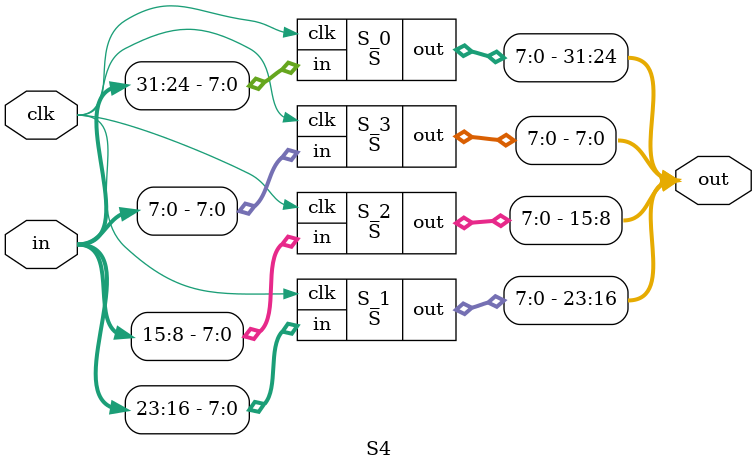
<source format=v>
/* Generated by Yosys 0.8 (git sha1 UNKNOWN, clang 9.0.0 -fPIC -Os) */

(* src = "S.v:4" *)
module S(clk, in, out);
  (* src = "S.v:11" *)
  wire [7:0] _000_;
  wire _001_;
  wire _002_;
  wire _003_;
  wire _004_;
  wire _005_;
  wire _006_;
  wire _007_;
  wire _008_;
  wire _009_;
  wire _010_;
  wire _011_;
  wire _012_;
  wire _013_;
  wire _014_;
  wire _015_;
  wire _016_;
  wire _017_;
  wire _018_;
  wire _019_;
  wire _020_;
  wire _021_;
  wire _022_;
  wire _023_;
  wire _024_;
  wire _025_;
  wire _026_;
  wire _027_;
  wire _028_;
  wire _029_;
  wire _030_;
  wire _031_;
  wire _032_;
  wire _033_;
  wire _034_;
  wire _035_;
  wire _036_;
  wire _037_;
  wire _038_;
  wire _039_;
  wire _040_;
  wire _041_;
  wire _042_;
  wire _043_;
  wire _044_;
  wire _045_;
  wire _046_;
  wire _047_;
  wire _048_;
  wire _049_;
  wire _050_;
  wire _051_;
  wire _052_;
  wire _053_;
  wire _054_;
  wire _055_;
  wire _056_;
  wire _057_;
  wire _058_;
  wire _059_;
  wire _060_;
  wire _061_;
  wire _062_;
  wire _063_;
  wire _064_;
  wire _065_;
  wire _066_;
  wire _067_;
  wire _068_;
  wire _069_;
  wire _070_;
  wire _071_;
  wire _072_;
  wire _073_;
  wire _074_;
  wire _075_;
  wire _076_;
  wire _077_;
  wire _078_;
  wire _079_;
  wire _080_;
  wire _081_;
  wire _082_;
  wire _083_;
  wire _084_;
  wire _085_;
  wire _086_;
  wire _087_;
  wire _088_;
  wire _089_;
  wire _090_;
  wire _091_;
  wire _092_;
  wire _093_;
  wire _094_;
  wire _095_;
  wire _096_;
  wire _097_;
  wire _098_;
  wire _099_;
  wire _100_;
  wire _101_;
  wire _102_;
  wire _103_;
  wire _104_;
  wire _105_;
  wire _106_;
  wire _107_;
  wire _108_;
  wire _109_;
  wire _110_;
  wire _111_;
  wire _112_;
  wire _113_;
  wire _114_;
  wire _115_;
  wire _116_;
  wire _117_;
  wire _118_;
  wire _119_;
  wire _120_;
  wire _121_;
  wire _122_;
  wire _123_;
  wire _124_;
  wire _125_;
  wire _126_;
  wire _127_;
  wire _128_;
  wire _129_;
  wire _130_;
  wire _131_;
  wire _132_;
  wire _133_;
  wire _134_;
  wire _135_;
  wire _136_;
  wire _137_;
  wire _138_;
  wire _139_;
  wire _140_;
  wire _141_;
  wire _142_;
  wire _143_;
  wire _144_;
  wire _145_;
  wire _146_;
  wire _147_;
  wire _148_;
  wire _149_;
  wire _150_;
  wire _151_;
  wire _152_;
  wire _153_;
  wire _154_;
  wire _155_;
  wire _156_;
  wire _157_;
  wire _158_;
  wire _159_;
  wire _160_;
  wire _161_;
  wire _162_;
  wire _163_;
  wire _164_;
  wire _165_;
  wire _166_;
  wire _167_;
  wire _168_;
  wire _169_;
  wire _170_;
  wire _171_;
  wire _172_;
  wire _173_;
  wire _174_;
  wire _175_;
  wire _176_;
  wire _177_;
  wire _178_;
  wire _179_;
  wire _180_;
  wire _181_;
  wire _182_;
  wire _183_;
  wire _184_;
  wire _185_;
  wire _186_;
  wire _187_;
  wire _188_;
  wire _189_;
  wire _190_;
  wire _191_;
  wire _192_;
  wire _193_;
  wire _194_;
  wire _195_;
  wire _196_;
  wire _197_;
  wire _198_;
  wire _199_;
  wire _200_;
  wire _201_;
  wire _202_;
  wire _203_;
  wire _204_;
  wire _205_;
  wire _206_;
  wire _207_;
  wire _208_;
  wire _209_;
  wire _210_;
  wire _211_;
  wire _212_;
  wire _213_;
  wire _214_;
  wire _215_;
  wire _216_;
  wire _217_;
  wire _218_;
  wire _219_;
  wire _220_;
  wire _221_;
  wire _222_;
  wire _223_;
  wire _224_;
  wire _225_;
  wire _226_;
  wire _227_;
  wire _228_;
  wire _229_;
  wire _230_;
  wire _231_;
  wire _232_;
  wire _233_;
  wire _234_;
  wire _235_;
  wire _236_;
  wire _237_;
  wire _238_;
  wire _239_;
  wire _240_;
  wire _241_;
  wire _242_;
  wire _243_;
  wire _244_;
  wire _245_;
  wire _246_;
  wire _247_;
  wire _248_;
  wire _249_;
  wire _250_;
  wire _251_;
  wire _252_;
  wire _253_;
  wire _254_;
  wire _255_;
  wire _256_;
  (* src = "S.v:5" *)
  input clk;
  (* src = "S.v:6" *)
  input [7:0] in;
  (* src = "S.v:7" *)
  output [7:0] out;
  reg [7:0] out;
  always @(posedge clk)
      out <= _000_;
  assign _001_ = in == (* src = "S.v:12" *) 8'h9e;
  assign _002_ = in == (* src = "S.v:12" *) 8'h9d;
  assign _003_ = in == (* src = "S.v:12" *) 8'h9c;
  assign _004_ = in == (* src = "S.v:12" *) 8'h9b;
  assign _005_ = in == (* src = "S.v:12" *) 8'h9a;
  assign _006_ = in == (* src = "S.v:12" *) 8'h99;
  assign _007_ = in == (* src = "S.v:12" *) 8'h98;
  assign _008_ = in == (* src = "S.v:12" *) 8'h97;
  assign _009_ = in == (* src = "S.v:12" *) 8'h96;
  assign _010_ = in == (* src = "S.v:12" *) 8'h95;
  assign _011_ = in == (* src = "S.v:12" *) 8'hf8;
  assign _012_ = in == (* src = "S.v:12" *) 8'h94;
  assign _013_ = in == (* src = "S.v:12" *) 8'h93;
  assign _014_ = in == (* src = "S.v:12" *) 8'h92;
  assign _015_ = in == (* src = "S.v:12" *) 8'h91;
  assign _016_ = in == (* src = "S.v:12" *) 8'h90;
  assign _017_ = in == (* src = "S.v:12" *) 8'h8f;
  assign _018_ = in == (* src = "S.v:12" *) 8'h8e;
  assign _019_ = in == (* src = "S.v:12" *) 8'h8d;
  assign _020_ = in == (* src = "S.v:12" *) 8'h8c;
  assign _021_ = in == (* src = "S.v:12" *) 8'h8b;
  assign _022_ = in == (* src = "S.v:12" *) 8'hf7;
  assign _023_ = in == (* src = "S.v:12" *) 8'h8a;
  assign _024_ = in == (* src = "S.v:12" *) 8'h89;
  assign _025_ = in == (* src = "S.v:12" *) 8'h88;
  assign _026_ = in == (* src = "S.v:12" *) 8'h87;
  assign _027_ = in == (* src = "S.v:12" *) 8'h86;
  assign _028_ = in == (* src = "S.v:12" *) 8'h85;
  assign _029_ = in == (* src = "S.v:12" *) 8'h84;
  assign _030_ = in == (* src = "S.v:12" *) 8'h83;
  assign _031_ = in == (* src = "S.v:12" *) 8'h82;
  assign _032_ = in == (* src = "S.v:12" *) 8'h81;
  assign _033_ = in == (* src = "S.v:12" *) 8'hf6;
  assign _034_ = in == (* src = "S.v:12" *) 8'h80;
  assign _035_ = in == (* src = "S.v:12" *) 7'h7f;
  assign _036_ = in == (* src = "S.v:12" *) 7'h7e;
  assign _037_ = in == (* src = "S.v:12" *) 7'h7d;
  assign _038_ = in == (* src = "S.v:12" *) 7'h7c;
  assign _039_ = in == (* src = "S.v:12" *) 7'h7b;
  assign _040_ = in == (* src = "S.v:12" *) 7'h7a;
  assign _041_ = in == (* src = "S.v:12" *) 7'h79;
  assign _042_ = in == (* src = "S.v:12" *) 7'h78;
  assign _043_ = in == (* src = "S.v:12" *) 7'h77;
  assign _044_ = in == (* src = "S.v:12" *) 8'hf5;
  assign _045_ = in == (* src = "S.v:12" *) 7'h76;
  assign _046_ = in == (* src = "S.v:12" *) 7'h75;
  assign _047_ = in == (* src = "S.v:12" *) 7'h74;
  assign _048_ = in == (* src = "S.v:12" *) 7'h73;
  assign _049_ = in == (* src = "S.v:12" *) 7'h72;
  assign _050_ = in == (* src = "S.v:12" *) 7'h71;
  assign _051_ = in == (* src = "S.v:12" *) 7'h70;
  assign _052_ = in == (* src = "S.v:12" *) 7'h6f;
  assign _053_ = in == (* src = "S.v:12" *) 7'h6e;
  assign _054_ = in == (* src = "S.v:12" *) 7'h6d;
  assign _055_ = in == (* src = "S.v:12" *) 8'hf4;
  assign _056_ = in == (* src = "S.v:12" *) 7'h6c;
  assign _057_ = in == (* src = "S.v:12" *) 7'h6b;
  assign _058_ = in == (* src = "S.v:12" *) 7'h6a;
  assign _059_ = in == (* src = "S.v:12" *) 7'h69;
  assign _060_ = in == (* src = "S.v:12" *) 7'h68;
  assign _061_ = in == (* src = "S.v:12" *) 7'h67;
  assign _062_ = in == (* src = "S.v:12" *) 7'h66;
  assign _063_ = in == (* src = "S.v:12" *) 7'h65;
  assign _064_ = in == (* src = "S.v:12" *) 7'h64;
  assign _065_ = in == (* src = "S.v:12" *) 7'h63;
  assign _066_ = in == (* src = "S.v:12" *) 8'hf3;
  assign _067_ = in == (* src = "S.v:12" *) 7'h62;
  assign _068_ = in == (* src = "S.v:12" *) 7'h61;
  assign _069_ = in == (* src = "S.v:12" *) 7'h60;
  assign _070_ = in == (* src = "S.v:12" *) 7'h5f;
  assign _071_ = in == (* src = "S.v:12" *) 7'h5e;
  assign _072_ = in == (* src = "S.v:12" *) 7'h5d;
  assign _073_ = in == (* src = "S.v:12" *) 7'h5c;
  assign _074_ = in == (* src = "S.v:12" *) 7'h5b;
  assign _075_ = in == (* src = "S.v:12" *) 7'h5a;
  assign _076_ = in == (* src = "S.v:12" *) 7'h59;
  assign _077_ = in == (* src = "S.v:12" *) 8'hf2;
  assign _078_ = in == (* src = "S.v:12" *) 7'h58;
  assign _079_ = in == (* src = "S.v:12" *) 7'h57;
  assign _080_ = in == (* src = "S.v:12" *) 7'h56;
  assign _081_ = in == (* src = "S.v:12" *) 7'h55;
  assign _082_ = in == (* src = "S.v:12" *) 7'h54;
  assign _083_ = in == (* src = "S.v:12" *) 7'h53;
  assign _084_ = in == (* src = "S.v:12" *) 7'h52;
  assign _085_ = in == (* src = "S.v:12" *) 7'h51;
  assign _086_ = in == (* src = "S.v:12" *) 7'h50;
  assign _087_ = in == (* src = "S.v:12" *) 7'h4f;
  assign _088_ = in == (* src = "S.v:12" *) 8'hf1;
  assign _089_ = in == (* src = "S.v:12" *) 7'h4e;
  assign _090_ = in == (* src = "S.v:12" *) 7'h4d;
  assign _091_ = in == (* src = "S.v:12" *) 7'h4c;
  assign _092_ = in == (* src = "S.v:12" *) 7'h4b;
  assign _093_ = in == (* src = "S.v:12" *) 7'h4a;
  assign _094_ = in == (* src = "S.v:12" *) 7'h49;
  assign _095_ = in == (* src = "S.v:12" *) 7'h48;
  assign _096_ = in == (* src = "S.v:12" *) 7'h47;
  assign _097_ = in == (* src = "S.v:12" *) 7'h46;
  assign _098_ = in == (* src = "S.v:12" *) 7'h45;
  assign _099_ = in == (* src = "S.v:12" *) 8'hf0;
  assign _100_ = in == (* src = "S.v:12" *) 7'h44;
  assign _101_ = in == (* src = "S.v:12" *) 7'h43;
  assign _102_ = in == (* src = "S.v:12" *) 7'h42;
  assign _103_ = in == (* src = "S.v:12" *) 7'h41;
  assign _104_ = in == (* src = "S.v:12" *) 7'h40;
  assign _105_ = in == (* src = "S.v:12" *) 6'h3f;
  assign _106_ = in == (* src = "S.v:12" *) 6'h3e;
  assign _107_ = in == (* src = "S.v:12" *) 6'h3d;
  assign _108_ = in == (* src = "S.v:12" *) 6'h3c;
  assign _109_ = in == (* src = "S.v:12" *) 6'h3b;
  assign _110_ = in == (* src = "S.v:12" *) 8'hef;
  function [7:0] _368_;
    input [7:0] a;
    input [2047:0] b;
    input [255:0] s;
    (* src = "S.v:12" *)
    (* parallel_case *)
    casez (s)
      256'b???????????????????????????????????????????????????????????????????????????????????????????????????????????????????????????????????????????????????????????????????????????????????????????????????????????????????????????????????????????????????????????????1:
        _368_ = b[7:0];
      256'b??????????????????????????????????????????????????????????????????????????????????????????????????????????????????????????????????????????????????????????????????????????????????????????????????????????????????????????????????????????????????????????????1?:
        _368_ = b[15:8];
      256'b?????????????????????????????????????????????????????????????????????????????????????????????????????????????????????????????????????????????????????????????????????????????????????????????????????????????????????????????????????????????????????????????1??:
        _368_ = b[23:16];
      256'b????????????????????????????????????????????????????????????????????????????????????????????????????????????????????????????????????????????????????????????????????????????????????????????????????????????????????????????????????????????????????????????1???:
        _368_ = b[31:24];
      256'b???????????????????????????????????????????????????????????????????????????????????????????????????????????????????????????????????????????????????????????????????????????????????????????????????????????????????????????????????????????????????????????1????:
        _368_ = b[39:32];
      256'b??????????????????????????????????????????????????????????????????????????????????????????????????????????????????????????????????????????????????????????????????????????????????????????????????????????????????????????????????????????????????????????1?????:
        _368_ = b[47:40];
      256'b?????????????????????????????????????????????????????????????????????????????????????????????????????????????????????????????????????????????????????????????????????????????????????????????????????????????????????????????????????????????????????????1??????:
        _368_ = b[55:48];
      256'b????????????????????????????????????????????????????????????????????????????????????????????????????????????????????????????????????????????????????????????????????????????????????????????????????????????????????????????????????????????????????????1???????:
        _368_ = b[63:56];
      256'b???????????????????????????????????????????????????????????????????????????????????????????????????????????????????????????????????????????????????????????????????????????????????????????????????????????????????????????????????????????????????????1????????:
        _368_ = b[71:64];
      256'b??????????????????????????????????????????????????????????????????????????????????????????????????????????????????????????????????????????????????????????????????????????????????????????????????????????????????????????????????????????????????????1?????????:
        _368_ = b[79:72];
      256'b?????????????????????????????????????????????????????????????????????????????????????????????????????????????????????????????????????????????????????????????????????????????????????????????????????????????????????????????????????????????????????1??????????:
        _368_ = b[87:80];
      256'b????????????????????????????????????????????????????????????????????????????????????????????????????????????????????????????????????????????????????????????????????????????????????????????????????????????????????????????????????????????????????1???????????:
        _368_ = b[95:88];
      256'b???????????????????????????????????????????????????????????????????????????????????????????????????????????????????????????????????????????????????????????????????????????????????????????????????????????????????????????????????????????????????1????????????:
        _368_ = b[103:96];
      256'b??????????????????????????????????????????????????????????????????????????????????????????????????????????????????????????????????????????????????????????????????????????????????????????????????????????????????????????????????????????????????1?????????????:
        _368_ = b[111:104];
      256'b?????????????????????????????????????????????????????????????????????????????????????????????????????????????????????????????????????????????????????????????????????????????????????????????????????????????????????????????????????????????????1??????????????:
        _368_ = b[119:112];
      256'b????????????????????????????????????????????????????????????????????????????????????????????????????????????????????????????????????????????????????????????????????????????????????????????????????????????????????????????????????????????????1???????????????:
        _368_ = b[127:120];
      256'b???????????????????????????????????????????????????????????????????????????????????????????????????????????????????????????????????????????????????????????????????????????????????????????????????????????????????????????????????????????????1????????????????:
        _368_ = b[135:128];
      256'b??????????????????????????????????????????????????????????????????????????????????????????????????????????????????????????????????????????????????????????????????????????????????????????????????????????????????????????????????????????????1?????????????????:
        _368_ = b[143:136];
      256'b?????????????????????????????????????????????????????????????????????????????????????????????????????????????????????????????????????????????????????????????????????????????????????????????????????????????????????????????????????????????1??????????????????:
        _368_ = b[151:144];
      256'b????????????????????????????????????????????????????????????????????????????????????????????????????????????????????????????????????????????????????????????????????????????????????????????????????????????????????????????????????????????1???????????????????:
        _368_ = b[159:152];
      256'b???????????????????????????????????????????????????????????????????????????????????????????????????????????????????????????????????????????????????????????????????????????????????????????????????????????????????????????????????????????1????????????????????:
        _368_ = b[167:160];
      256'b??????????????????????????????????????????????????????????????????????????????????????????????????????????????????????????????????????????????????????????????????????????????????????????????????????????????????????????????????????????1?????????????????????:
        _368_ = b[175:168];
      256'b?????????????????????????????????????????????????????????????????????????????????????????????????????????????????????????????????????????????????????????????????????????????????????????????????????????????????????????????????????????1??????????????????????:
        _368_ = b[183:176];
      256'b????????????????????????????????????????????????????????????????????????????????????????????????????????????????????????????????????????????????????????????????????????????????????????????????????????????????????????????????????????1???????????????????????:
        _368_ = b[191:184];
      256'b???????????????????????????????????????????????????????????????????????????????????????????????????????????????????????????????????????????????????????????????????????????????????????????????????????????????????????????????????????1????????????????????????:
        _368_ = b[199:192];
      256'b??????????????????????????????????????????????????????????????????????????????????????????????????????????????????????????????????????????????????????????????????????????????????????????????????????????????????????????????????????1?????????????????????????:
        _368_ = b[207:200];
      256'b?????????????????????????????????????????????????????????????????????????????????????????????????????????????????????????????????????????????????????????????????????????????????????????????????????????????????????????????????????1??????????????????????????:
        _368_ = b[215:208];
      256'b????????????????????????????????????????????????????????????????????????????????????????????????????????????????????????????????????????????????????????????????????????????????????????????????????????????????????????????????????1???????????????????????????:
        _368_ = b[223:216];
      256'b???????????????????????????????????????????????????????????????????????????????????????????????????????????????????????????????????????????????????????????????????????????????????????????????????????????????????????????????????1????????????????????????????:
        _368_ = b[231:224];
      256'b??????????????????????????????????????????????????????????????????????????????????????????????????????????????????????????????????????????????????????????????????????????????????????????????????????????????????????????????????1?????????????????????????????:
        _368_ = b[239:232];
      256'b?????????????????????????????????????????????????????????????????????????????????????????????????????????????????????????????????????????????????????????????????????????????????????????????????????????????????????????????????1??????????????????????????????:
        _368_ = b[247:240];
      256'b????????????????????????????????????????????????????????????????????????????????????????????????????????????????????????????????????????????????????????????????????????????????????????????????????????????????????????????????1???????????????????????????????:
        _368_ = b[255:248];
      256'b???????????????????????????????????????????????????????????????????????????????????????????????????????????????????????????????????????????????????????????????????????????????????????????????????????????????????????????????1????????????????????????????????:
        _368_ = b[263:256];
      256'b??????????????????????????????????????????????????????????????????????????????????????????????????????????????????????????????????????????????????????????????????????????????????????????????????????????????????????????????1?????????????????????????????????:
        _368_ = b[271:264];
      256'b?????????????????????????????????????????????????????????????????????????????????????????????????????????????????????????????????????????????????????????????????????????????????????????????????????????????????????????????1??????????????????????????????????:
        _368_ = b[279:272];
      256'b????????????????????????????????????????????????????????????????????????????????????????????????????????????????????????????????????????????????????????????????????????????????????????????????????????????????????????????1???????????????????????????????????:
        _368_ = b[287:280];
      256'b???????????????????????????????????????????????????????????????????????????????????????????????????????????????????????????????????????????????????????????????????????????????????????????????????????????????????????????1????????????????????????????????????:
        _368_ = b[295:288];
      256'b??????????????????????????????????????????????????????????????????????????????????????????????????????????????????????????????????????????????????????????????????????????????????????????????????????????????????????????1?????????????????????????????????????:
        _368_ = b[303:296];
      256'b?????????????????????????????????????????????????????????????????????????????????????????????????????????????????????????????????????????????????????????????????????????????????????????????????????????????????????????1??????????????????????????????????????:
        _368_ = b[311:304];
      256'b????????????????????????????????????????????????????????????????????????????????????????????????????????????????????????????????????????????????????????????????????????????????????????????????????????????????????????1???????????????????????????????????????:
        _368_ = b[319:312];
      256'b???????????????????????????????????????????????????????????????????????????????????????????????????????????????????????????????????????????????????????????????????????????????????????????????????????????????????????1????????????????????????????????????????:
        _368_ = b[327:320];
      256'b??????????????????????????????????????????????????????????????????????????????????????????????????????????????????????????????????????????????????????????????????????????????????????????????????????????????????????1?????????????????????????????????????????:
        _368_ = b[335:328];
      256'b?????????????????????????????????????????????????????????????????????????????????????????????????????????????????????????????????????????????????????????????????????????????????????????????????????????????????????1??????????????????????????????????????????:
        _368_ = b[343:336];
      256'b????????????????????????????????????????????????????????????????????????????????????????????????????????????????????????????????????????????????????????????????????????????????????????????????????????????????????1???????????????????????????????????????????:
        _368_ = b[351:344];
      256'b???????????????????????????????????????????????????????????????????????????????????????????????????????????????????????????????????????????????????????????????????????????????????????????????????????????????????1????????????????????????????????????????????:
        _368_ = b[359:352];
      256'b??????????????????????????????????????????????????????????????????????????????????????????????????????????????????????????????????????????????????????????????????????????????????????????????????????????????????1?????????????????????????????????????????????:
        _368_ = b[367:360];
      256'b?????????????????????????????????????????????????????????????????????????????????????????????????????????????????????????????????????????????????????????????????????????????????????????????????????????????????1??????????????????????????????????????????????:
        _368_ = b[375:368];
      256'b????????????????????????????????????????????????????????????????????????????????????????????????????????????????????????????????????????????????????????????????????????????????????????????????????????????????1???????????????????????????????????????????????:
        _368_ = b[383:376];
      256'b???????????????????????????????????????????????????????????????????????????????????????????????????????????????????????????????????????????????????????????????????????????????????????????????????????????????1????????????????????????????????????????????????:
        _368_ = b[391:384];
      256'b??????????????????????????????????????????????????????????????????????????????????????????????????????????????????????????????????????????????????????????????????????????????????????????????????????????????1?????????????????????????????????????????????????:
        _368_ = b[399:392];
      256'b?????????????????????????????????????????????????????????????????????????????????????????????????????????????????????????????????????????????????????????????????????????????????????????????????????????????1??????????????????????????????????????????????????:
        _368_ = b[407:400];
      256'b????????????????????????????????????????????????????????????????????????????????????????????????????????????????????????????????????????????????????????????????????????????????????????????????????????????1???????????????????????????????????????????????????:
        _368_ = b[415:408];
      256'b???????????????????????????????????????????????????????????????????????????????????????????????????????????????????????????????????????????????????????????????????????????????????????????????????????????1????????????????????????????????????????????????????:
        _368_ = b[423:416];
      256'b??????????????????????????????????????????????????????????????????????????????????????????????????????????????????????????????????????????????????????????????????????????????????????????????????????????1?????????????????????????????????????????????????????:
        _368_ = b[431:424];
      256'b?????????????????????????????????????????????????????????????????????????????????????????????????????????????????????????????????????????????????????????????????????????????????????????????????????????1??????????????????????????????????????????????????????:
        _368_ = b[439:432];
      256'b????????????????????????????????????????????????????????????????????????????????????????????????????????????????????????????????????????????????????????????????????????????????????????????????????????1???????????????????????????????????????????????????????:
        _368_ = b[447:440];
      256'b???????????????????????????????????????????????????????????????????????????????????????????????????????????????????????????????????????????????????????????????????????????????????????????????????????1????????????????????????????????????????????????????????:
        _368_ = b[455:448];
      256'b??????????????????????????????????????????????????????????????????????????????????????????????????????????????????????????????????????????????????????????????????????????????????????????????????????1?????????????????????????????????????????????????????????:
        _368_ = b[463:456];
      256'b?????????????????????????????????????????????????????????????????????????????????????????????????????????????????????????????????????????????????????????????????????????????????????????????????????1??????????????????????????????????????????????????????????:
        _368_ = b[471:464];
      256'b????????????????????????????????????????????????????????????????????????????????????????????????????????????????????????????????????????????????????????????????????????????????????????????????????1???????????????????????????????????????????????????????????:
        _368_ = b[479:472];
      256'b???????????????????????????????????????????????????????????????????????????????????????????????????????????????????????????????????????????????????????????????????????????????????????????????????1????????????????????????????????????????????????????????????:
        _368_ = b[487:480];
      256'b??????????????????????????????????????????????????????????????????????????????????????????????????????????????????????????????????????????????????????????????????????????????????????????????????1?????????????????????????????????????????????????????????????:
        _368_ = b[495:488];
      256'b?????????????????????????????????????????????????????????????????????????????????????????????????????????????????????????????????????????????????????????????????????????????????????????????????1??????????????????????????????????????????????????????????????:
        _368_ = b[503:496];
      256'b????????????????????????????????????????????????????????????????????????????????????????????????????????????????????????????????????????????????????????????????????????????????????????????????1???????????????????????????????????????????????????????????????:
        _368_ = b[511:504];
      256'b???????????????????????????????????????????????????????????????????????????????????????????????????????????????????????????????????????????????????????????????????????????????????????????????1????????????????????????????????????????????????????????????????:
        _368_ = b[519:512];
      256'b??????????????????????????????????????????????????????????????????????????????????????????????????????????????????????????????????????????????????????????????????????????????????????????????1?????????????????????????????????????????????????????????????????:
        _368_ = b[527:520];
      256'b?????????????????????????????????????????????????????????????????????????????????????????????????????????????????????????????????????????????????????????????????????????????????????????????1??????????????????????????????????????????????????????????????????:
        _368_ = b[535:528];
      256'b????????????????????????????????????????????????????????????????????????????????????????????????????????????????????????????????????????????????????????????????????????????????????????????1???????????????????????????????????????????????????????????????????:
        _368_ = b[543:536];
      256'b???????????????????????????????????????????????????????????????????????????????????????????????????????????????????????????????????????????????????????????????????????????????????????????1????????????????????????????????????????????????????????????????????:
        _368_ = b[551:544];
      256'b??????????????????????????????????????????????????????????????????????????????????????????????????????????????????????????????????????????????????????????????????????????????????????????1?????????????????????????????????????????????????????????????????????:
        _368_ = b[559:552];
      256'b?????????????????????????????????????????????????????????????????????????????????????????????????????????????????????????????????????????????????????????????????????????????????????????1??????????????????????????????????????????????????????????????????????:
        _368_ = b[567:560];
      256'b????????????????????????????????????????????????????????????????????????????????????????????????????????????????????????????????????????????????????????????????????????????????????????1???????????????????????????????????????????????????????????????????????:
        _368_ = b[575:568];
      256'b???????????????????????????????????????????????????????????????????????????????????????????????????????????????????????????????????????????????????????????????????????????????????????1????????????????????????????????????????????????????????????????????????:
        _368_ = b[583:576];
      256'b??????????????????????????????????????????????????????????????????????????????????????????????????????????????????????????????????????????????????????????????????????????????????????1?????????????????????????????????????????????????????????????????????????:
        _368_ = b[591:584];
      256'b?????????????????????????????????????????????????????????????????????????????????????????????????????????????????????????????????????????????????????????????????????????????????????1??????????????????????????????????????????????????????????????????????????:
        _368_ = b[599:592];
      256'b????????????????????????????????????????????????????????????????????????????????????????????????????????????????????????????????????????????????????????????????????????????????????1???????????????????????????????????????????????????????????????????????????:
        _368_ = b[607:600];
      256'b???????????????????????????????????????????????????????????????????????????????????????????????????????????????????????????????????????????????????????????????????????????????????1????????????????????????????????????????????????????????????????????????????:
        _368_ = b[615:608];
      256'b??????????????????????????????????????????????????????????????????????????????????????????????????????????????????????????????????????????????????????????????????????????????????1?????????????????????????????????????????????????????????????????????????????:
        _368_ = b[623:616];
      256'b?????????????????????????????????????????????????????????????????????????????????????????????????????????????????????????????????????????????????????????????????????????????????1??????????????????????????????????????????????????????????????????????????????:
        _368_ = b[631:624];
      256'b????????????????????????????????????????????????????????????????????????????????????????????????????????????????????????????????????????????????????????????????????????????????1???????????????????????????????????????????????????????????????????????????????:
        _368_ = b[639:632];
      256'b???????????????????????????????????????????????????????????????????????????????????????????????????????????????????????????????????????????????????????????????????????????????1????????????????????????????????????????????????????????????????????????????????:
        _368_ = b[647:640];
      256'b??????????????????????????????????????????????????????????????????????????????????????????????????????????????????????????????????????????????????????????????????????????????1?????????????????????????????????????????????????????????????????????????????????:
        _368_ = b[655:648];
      256'b?????????????????????????????????????????????????????????????????????????????????????????????????????????????????????????????????????????????????????????????????????????????1??????????????????????????????????????????????????????????????????????????????????:
        _368_ = b[663:656];
      256'b????????????????????????????????????????????????????????????????????????????????????????????????????????????????????????????????????????????????????????????????????????????1???????????????????????????????????????????????????????????????????????????????????:
        _368_ = b[671:664];
      256'b???????????????????????????????????????????????????????????????????????????????????????????????????????????????????????????????????????????????????????????????????????????1????????????????????????????????????????????????????????????????????????????????????:
        _368_ = b[679:672];
      256'b??????????????????????????????????????????????????????????????????????????????????????????????????????????????????????????????????????????????????????????????????????????1?????????????????????????????????????????????????????????????????????????????????????:
        _368_ = b[687:680];
      256'b?????????????????????????????????????????????????????????????????????????????????????????????????????????????????????????????????????????????????????????????????????????1??????????????????????????????????????????????????????????????????????????????????????:
        _368_ = b[695:688];
      256'b????????????????????????????????????????????????????????????????????????????????????????????????????????????????????????????????????????????????????????????????????????1???????????????????????????????????????????????????????????????????????????????????????:
        _368_ = b[703:696];
      256'b???????????????????????????????????????????????????????????????????????????????????????????????????????????????????????????????????????????????????????????????????????1????????????????????????????????????????????????????????????????????????????????????????:
        _368_ = b[711:704];
      256'b??????????????????????????????????????????????????????????????????????????????????????????????????????????????????????????????????????????????????????????????????????1?????????????????????????????????????????????????????????????????????????????????????????:
        _368_ = b[719:712];
      256'b?????????????????????????????????????????????????????????????????????????????????????????????????????????????????????????????????????????????????????????????????????1??????????????????????????????????????????????????????????????????????????????????????????:
        _368_ = b[727:720];
      256'b????????????????????????????????????????????????????????????????????????????????????????????????????????????????????????????????????????????????????????????????????1???????????????????????????????????????????????????????????????????????????????????????????:
        _368_ = b[735:728];
      256'b???????????????????????????????????????????????????????????????????????????????????????????????????????????????????????????????????????????????????????????????????1????????????????????????????????????????????????????????????????????????????????????????????:
        _368_ = b[743:736];
      256'b??????????????????????????????????????????????????????????????????????????????????????????????????????????????????????????????????????????????????????????????????1?????????????????????????????????????????????????????????????????????????????????????????????:
        _368_ = b[751:744];
      256'b?????????????????????????????????????????????????????????????????????????????????????????????????????????????????????????????????????????????????????????????????1??????????????????????????????????????????????????????????????????????????????????????????????:
        _368_ = b[759:752];
      256'b????????????????????????????????????????????????????????????????????????????????????????????????????????????????????????????????????????????????????????????????1???????????????????????????????????????????????????????????????????????????????????????????????:
        _368_ = b[767:760];
      256'b???????????????????????????????????????????????????????????????????????????????????????????????????????????????????????????????????????????????????????????????1????????????????????????????????????????????????????????????????????????????????????????????????:
        _368_ = b[775:768];
      256'b??????????????????????????????????????????????????????????????????????????????????????????????????????????????????????????????????????????????????????????????1?????????????????????????????????????????????????????????????????????????????????????????????????:
        _368_ = b[783:776];
      256'b?????????????????????????????????????????????????????????????????????????????????????????????????????????????????????????????????????????????????????????????1??????????????????????????????????????????????????????????????????????????????????????????????????:
        _368_ = b[791:784];
      256'b????????????????????????????????????????????????????????????????????????????????????????????????????????????????????????????????????????????????????????????1???????????????????????????????????????????????????????????????????????????????????????????????????:
        _368_ = b[799:792];
      256'b???????????????????????????????????????????????????????????????????????????????????????????????????????????????????????????????????????????????????????????1????????????????????????????????????????????????????????????????????????????????????????????????????:
        _368_ = b[807:800];
      256'b??????????????????????????????????????????????????????????????????????????????????????????????????????????????????????????????????????????????????????????1?????????????????????????????????????????????????????????????????????????????????????????????????????:
        _368_ = b[815:808];
      256'b?????????????????????????????????????????????????????????????????????????????????????????????????????????????????????????????????????????????????????????1??????????????????????????????????????????????????????????????????????????????????????????????????????:
        _368_ = b[823:816];
      256'b????????????????????????????????????????????????????????????????????????????????????????????????????????????????????????????????????????????????????????1???????????????????????????????????????????????????????????????????????????????????????????????????????:
        _368_ = b[831:824];
      256'b???????????????????????????????????????????????????????????????????????????????????????????????????????????????????????????????????????????????????????1????????????????????????????????????????????????????????????????????????????????????????????????????????:
        _368_ = b[839:832];
      256'b??????????????????????????????????????????????????????????????????????????????????????????????????????????????????????????????????????????????????????1?????????????????????????????????????????????????????????????????????????????????????????????????????????:
        _368_ = b[847:840];
      256'b?????????????????????????????????????????????????????????????????????????????????????????????????????????????????????????????????????????????????????1??????????????????????????????????????????????????????????????????????????????????????????????????????????:
        _368_ = b[855:848];
      256'b????????????????????????????????????????????????????????????????????????????????????????????????????????????????????????????????????????????????????1???????????????????????????????????????????????????????????????????????????????????????????????????????????:
        _368_ = b[863:856];
      256'b???????????????????????????????????????????????????????????????????????????????????????????????????????????????????????????????????????????????????1????????????????????????????????????????????????????????????????????????????????????????????????????????????:
        _368_ = b[871:864];
      256'b??????????????????????????????????????????????????????????????????????????????????????????????????????????????????????????????????????????????????1?????????????????????????????????????????????????????????????????????????????????????????????????????????????:
        _368_ = b[879:872];
      256'b?????????????????????????????????????????????????????????????????????????????????????????????????????????????????????????????????????????????????1??????????????????????????????????????????????????????????????????????????????????????????????????????????????:
        _368_ = b[887:880];
      256'b????????????????????????????????????????????????????????????????????????????????????????????????????????????????????????????????????????????????1???????????????????????????????????????????????????????????????????????????????????????????????????????????????:
        _368_ = b[895:888];
      256'b???????????????????????????????????????????????????????????????????????????????????????????????????????????????????????????????????????????????1????????????????????????????????????????????????????????????????????????????????????????????????????????????????:
        _368_ = b[903:896];
      256'b??????????????????????????????????????????????????????????????????????????????????????????????????????????????????????????????????????????????1?????????????????????????????????????????????????????????????????????????????????????????????????????????????????:
        _368_ = b[911:904];
      256'b?????????????????????????????????????????????????????????????????????????????????????????????????????????????????????????????????????????????1??????????????????????????????????????????????????????????????????????????????????????????????????????????????????:
        _368_ = b[919:912];
      256'b????????????????????????????????????????????????????????????????????????????????????????????????????????????????????????????????????????????1???????????????????????????????????????????????????????????????????????????????????????????????????????????????????:
        _368_ = b[927:920];
      256'b???????????????????????????????????????????????????????????????????????????????????????????????????????????????????????????????????????????1????????????????????????????????????????????????????????????????????????????????????????????????????????????????????:
        _368_ = b[935:928];
      256'b??????????????????????????????????????????????????????????????????????????????????????????????????????????????????????????????????????????1?????????????????????????????????????????????????????????????????????????????????????????????????????????????????????:
        _368_ = b[943:936];
      256'b?????????????????????????????????????????????????????????????????????????????????????????????????????????????????????????????????????????1??????????????????????????????????????????????????????????????????????????????????????????????????????????????????????:
        _368_ = b[951:944];
      256'b????????????????????????????????????????????????????????????????????????????????????????????????????????????????????????????????????????1???????????????????????????????????????????????????????????????????????????????????????????????????????????????????????:
        _368_ = b[959:952];
      256'b???????????????????????????????????????????????????????????????????????????????????????????????????????????????????????????????????????1????????????????????????????????????????????????????????????????????????????????????????????????????????????????????????:
        _368_ = b[967:960];
      256'b??????????????????????????????????????????????????????????????????????????????????????????????????????????????????????????????????????1?????????????????????????????????????????????????????????????????????????????????????????????????????????????????????????:
        _368_ = b[975:968];
      256'b?????????????????????????????????????????????????????????????????????????????????????????????????????????????????????????????????????1??????????????????????????????????????????????????????????????????????????????????????????????????????????????????????????:
        _368_ = b[983:976];
      256'b????????????????????????????????????????????????????????????????????????????????????????????????????????????????????????????????????1???????????????????????????????????????????????????????????????????????????????????????????????????????????????????????????:
        _368_ = b[991:984];
      256'b???????????????????????????????????????????????????????????????????????????????????????????????????????????????????????????????????1????????????????????????????????????????????????????????????????????????????????????????????????????????????????????????????:
        _368_ = b[999:992];
      256'b??????????????????????????????????????????????????????????????????????????????????????????????????????????????????????????????????1?????????????????????????????????????????????????????????????????????????????????????????????????????????????????????????????:
        _368_ = b[1007:1000];
      256'b?????????????????????????????????????????????????????????????????????????????????????????????????????????????????????????????????1??????????????????????????????????????????????????????????????????????????????????????????????????????????????????????????????:
        _368_ = b[1015:1008];
      256'b????????????????????????????????????????????????????????????????????????????????????????????????????????????????????????????????1???????????????????????????????????????????????????????????????????????????????????????????????????????????????????????????????:
        _368_ = b[1023:1016];
      256'b???????????????????????????????????????????????????????????????????????????????????????????????????????????????????????????????1????????????????????????????????????????????????????????????????????????????????????????????????????????????????????????????????:
        _368_ = b[1031:1024];
      256'b??????????????????????????????????????????????????????????????????????????????????????????????????????????????????????????????1?????????????????????????????????????????????????????????????????????????????????????????????????????????????????????????????????:
        _368_ = b[1039:1032];
      256'b?????????????????????????????????????????????????????????????????????????????????????????????????????????????????????????????1??????????????????????????????????????????????????????????????????????????????????????????????????????????????????????????????????:
        _368_ = b[1047:1040];
      256'b????????????????????????????????????????????????????????????????????????????????????????????????????????????????????????????1???????????????????????????????????????????????????????????????????????????????????????????????????????????????????????????????????:
        _368_ = b[1055:1048];
      256'b???????????????????????????????????????????????????????????????????????????????????????????????????????????????????????????1????????????????????????????????????????????????????????????????????????????????????????????????????????????????????????????????????:
        _368_ = b[1063:1056];
      256'b??????????????????????????????????????????????????????????????????????????????????????????????????????????????????????????1?????????????????????????????????????????????????????????????????????????????????????????????????????????????????????????????????????:
        _368_ = b[1071:1064];
      256'b?????????????????????????????????????????????????????????????????????????????????????????????????????????????????????????1??????????????????????????????????????????????????????????????????????????????????????????????????????????????????????????????????????:
        _368_ = b[1079:1072];
      256'b????????????????????????????????????????????????????????????????????????????????????????????????????????????????????????1???????????????????????????????????????????????????????????????????????????????????????????????????????????????????????????????????????:
        _368_ = b[1087:1080];
      256'b???????????????????????????????????????????????????????????????????????????????????????????????????????????????????????1????????????????????????????????????????????????????????????????????????????????????????????????????????????????????????????????????????:
        _368_ = b[1095:1088];
      256'b??????????????????????????????????????????????????????????????????????????????????????????????????????????????????????1?????????????????????????????????????????????????????????????????????????????????????????????????????????????????????????????????????????:
        _368_ = b[1103:1096];
      256'b?????????????????????????????????????????????????????????????????????????????????????????????????????????????????????1??????????????????????????????????????????????????????????????????????????????????????????????????????????????????????????????????????????:
        _368_ = b[1111:1104];
      256'b????????????????????????????????????????????????????????????????????????????????????????????????????????????????????1???????????????????????????????????????????????????????????????????????????????????????????????????????????????????????????????????????????:
        _368_ = b[1119:1112];
      256'b???????????????????????????????????????????????????????????????????????????????????????????????????????????????????1????????????????????????????????????????????????????????????????????????????????????????????????????????????????????????????????????????????:
        _368_ = b[1127:1120];
      256'b??????????????????????????????????????????????????????????????????????????????????????????????????????????????????1?????????????????????????????????????????????????????????????????????????????????????????????????????????????????????????????????????????????:
        _368_ = b[1135:1128];
      256'b?????????????????????????????????????????????????????????????????????????????????????????????????????????????????1??????????????????????????????????????????????????????????????????????????????????????????????????????????????????????????????????????????????:
        _368_ = b[1143:1136];
      256'b????????????????????????????????????????????????????????????????????????????????????????????????????????????????1???????????????????????????????????????????????????????????????????????????????????????????????????????????????????????????????????????????????:
        _368_ = b[1151:1144];
      256'b???????????????????????????????????????????????????????????????????????????????????????????????????????????????1????????????????????????????????????????????????????????????????????????????????????????????????????????????????????????????????????????????????:
        _368_ = b[1159:1152];
      256'b??????????????????????????????????????????????????????????????????????????????????????????????????????????????1?????????????????????????????????????????????????????????????????????????????????????????????????????????????????????????????????????????????????:
        _368_ = b[1167:1160];
      256'b?????????????????????????????????????????????????????????????????????????????????????????????????????????????1??????????????????????????????????????????????????????????????????????????????????????????????????????????????????????????????????????????????????:
        _368_ = b[1175:1168];
      256'b????????????????????????????????????????????????????????????????????????????????????????????????????????????1???????????????????????????????????????????????????????????????????????????????????????????????????????????????????????????????????????????????????:
        _368_ = b[1183:1176];
      256'b???????????????????????????????????????????????????????????????????????????????????????????????????????????1????????????????????????????????????????????????????????????????????????????????????????????????????????????????????????????????????????????????????:
        _368_ = b[1191:1184];
      256'b??????????????????????????????????????????????????????????????????????????????????????????????????????????1?????????????????????????????????????????????????????????????????????????????????????????????????????????????????????????????????????????????????????:
        _368_ = b[1199:1192];
      256'b?????????????????????????????????????????????????????????????????????????????????????????????????????????1??????????????????????????????????????????????????????????????????????????????????????????????????????????????????????????????????????????????????????:
        _368_ = b[1207:1200];
      256'b????????????????????????????????????????????????????????????????????????????????????????????????????????1???????????????????????????????????????????????????????????????????????????????????????????????????????????????????????????????????????????????????????:
        _368_ = b[1215:1208];
      256'b???????????????????????????????????????????????????????????????????????????????????????????????????????1????????????????????????????????????????????????????????????????????????????????????????????????????????????????????????????????????????????????????????:
        _368_ = b[1223:1216];
      256'b??????????????????????????????????????????????????????????????????????????????????????????????????????1?????????????????????????????????????????????????????????????????????????????????????????????????????????????????????????????????????????????????????????:
        _368_ = b[1231:1224];
      256'b?????????????????????????????????????????????????????????????????????????????????????????????????????1??????????????????????????????????????????????????????????????????????????????????????????????????????????????????????????????????????????????????????????:
        _368_ = b[1239:1232];
      256'b????????????????????????????????????????????????????????????????????????????????????????????????????1???????????????????????????????????????????????????????????????????????????????????????????????????????????????????????????????????????????????????????????:
        _368_ = b[1247:1240];
      256'b???????????????????????????????????????????????????????????????????????????????????????????????????1????????????????????????????????????????????????????????????????????????????????????????????????????????????????????????????????????????????????????????????:
        _368_ = b[1255:1248];
      256'b??????????????????????????????????????????????????????????????????????????????????????????????????1?????????????????????????????????????????????????????????????????????????????????????????????????????????????????????????????????????????????????????????????:
        _368_ = b[1263:1256];
      256'b?????????????????????????????????????????????????????????????????????????????????????????????????1??????????????????????????????????????????????????????????????????????????????????????????????????????????????????????????????????????????????????????????????:
        _368_ = b[1271:1264];
      256'b????????????????????????????????????????????????????????????????????????????????????????????????1???????????????????????????????????????????????????????????????????????????????????????????????????????????????????????????????????????????????????????????????:
        _368_ = b[1279:1272];
      256'b???????????????????????????????????????????????????????????????????????????????????????????????1????????????????????????????????????????????????????????????????????????????????????????????????????????????????????????????????????????????????????????????????:
        _368_ = b[1287:1280];
      256'b??????????????????????????????????????????????????????????????????????????????????????????????1?????????????????????????????????????????????????????????????????????????????????????????????????????????????????????????????????????????????????????????????????:
        _368_ = b[1295:1288];
      256'b?????????????????????????????????????????????????????????????????????????????????????????????1??????????????????????????????????????????????????????????????????????????????????????????????????????????????????????????????????????????????????????????????????:
        _368_ = b[1303:1296];
      256'b????????????????????????????????????????????????????????????????????????????????????????????1???????????????????????????????????????????????????????????????????????????????????????????????????????????????????????????????????????????????????????????????????:
        _368_ = b[1311:1304];
      256'b???????????????????????????????????????????????????????????????????????????????????????????1????????????????????????????????????????????????????????????????????????????????????????????????????????????????????????????????????????????????????????????????????:
        _368_ = b[1319:1312];
      256'b??????????????????????????????????????????????????????????????????????????????????????????1?????????????????????????????????????????????????????????????????????????????????????????????????????????????????????????????????????????????????????????????????????:
        _368_ = b[1327:1320];
      256'b?????????????????????????????????????????????????????????????????????????????????????????1??????????????????????????????????????????????????????????????????????????????????????????????????????????????????????????????????????????????????????????????????????:
        _368_ = b[1335:1328];
      256'b????????????????????????????????????????????????????????????????????????????????????????1???????????????????????????????????????????????????????????????????????????????????????????????????????????????????????????????????????????????????????????????????????:
        _368_ = b[1343:1336];
      256'b???????????????????????????????????????????????????????????????????????????????????????1????????????????????????????????????????????????????????????????????????????????????????????????????????????????????????????????????????????????????????????????????????:
        _368_ = b[1351:1344];
      256'b??????????????????????????????????????????????????????????????????????????????????????1?????????????????????????????????????????????????????????????????????????????????????????????????????????????????????????????????????????????????????????????????????????:
        _368_ = b[1359:1352];
      256'b?????????????????????????????????????????????????????????????????????????????????????1??????????????????????????????????????????????????????????????????????????????????????????????????????????????????????????????????????????????????????????????????????????:
        _368_ = b[1367:1360];
      256'b????????????????????????????????????????????????????????????????????????????????????1???????????????????????????????????????????????????????????????????????????????????????????????????????????????????????????????????????????????????????????????????????????:
        _368_ = b[1375:1368];
      256'b???????????????????????????????????????????????????????????????????????????????????1????????????????????????????????????????????????????????????????????????????????????????????????????????????????????????????????????????????????????????????????????????????:
        _368_ = b[1383:1376];
      256'b??????????????????????????????????????????????????????????????????????????????????1?????????????????????????????????????????????????????????????????????????????????????????????????????????????????????????????????????????????????????????????????????????????:
        _368_ = b[1391:1384];
      256'b?????????????????????????????????????????????????????????????????????????????????1??????????????????????????????????????????????????????????????????????????????????????????????????????????????????????????????????????????????????????????????????????????????:
        _368_ = b[1399:1392];
      256'b????????????????????????????????????????????????????????????????????????????????1???????????????????????????????????????????????????????????????????????????????????????????????????????????????????????????????????????????????????????????????????????????????:
        _368_ = b[1407:1400];
      256'b???????????????????????????????????????????????????????????????????????????????1????????????????????????????????????????????????????????????????????????????????????????????????????????????????????????????????????????????????????????????????????????????????:
        _368_ = b[1415:1408];
      256'b??????????????????????????????????????????????????????????????????????????????1?????????????????????????????????????????????????????????????????????????????????????????????????????????????????????????????????????????????????????????????????????????????????:
        _368_ = b[1423:1416];
      256'b?????????????????????????????????????????????????????????????????????????????1??????????????????????????????????????????????????????????????????????????????????????????????????????????????????????????????????????????????????????????????????????????????????:
        _368_ = b[1431:1424];
      256'b????????????????????????????????????????????????????????????????????????????1???????????????????????????????????????????????????????????????????????????????????????????????????????????????????????????????????????????????????????????????????????????????????:
        _368_ = b[1439:1432];
      256'b???????????????????????????????????????????????????????????????????????????1????????????????????????????????????????????????????????????????????????????????????????????????????????????????????????????????????????????????????????????????????????????????????:
        _368_ = b[1447:1440];
      256'b??????????????????????????????????????????????????????????????????????????1?????????????????????????????????????????????????????????????????????????????????????????????????????????????????????????????????????????????????????????????????????????????????????:
        _368_ = b[1455:1448];
      256'b?????????????????????????????????????????????????????????????????????????1??????????????????????????????????????????????????????????????????????????????????????????????????????????????????????????????????????????????????????????????????????????????????????:
        _368_ = b[1463:1456];
      256'b????????????????????????????????????????????????????????????????????????1???????????????????????????????????????????????????????????????????????????????????????????????????????????????????????????????????????????????????????????????????????????????????????:
        _368_ = b[1471:1464];
      256'b???????????????????????????????????????????????????????????????????????1????????????????????????????????????????????????????????????????????????????????????????????????????????????????????????????????????????????????????????????????????????????????????????:
        _368_ = b[1479:1472];
      256'b??????????????????????????????????????????????????????????????????????1?????????????????????????????????????????????????????????????????????????????????????????????????????????????????????????????????????????????????????????????????????????????????????????:
        _368_ = b[1487:1480];
      256'b?????????????????????????????????????????????????????????????????????1??????????????????????????????????????????????????????????????????????????????????????????????????????????????????????????????????????????????????????????????????????????????????????????:
        _368_ = b[1495:1488];
      256'b????????????????????????????????????????????????????????????????????1???????????????????????????????????????????????????????????????????????????????????????????????????????????????????????????????????????????????????????????????????????????????????????????:
        _368_ = b[1503:1496];
      256'b???????????????????????????????????????????????????????????????????1????????????????????????????????????????????????????????????????????????????????????????????????????????????????????????????????????????????????????????????????????????????????????????????:
        _368_ = b[1511:1504];
      256'b??????????????????????????????????????????????????????????????????1?????????????????????????????????????????????????????????????????????????????????????????????????????????????????????????????????????????????????????????????????????????????????????????????:
        _368_ = b[1519:1512];
      256'b?????????????????????????????????????????????????????????????????1??????????????????????????????????????????????????????????????????????????????????????????????????????????????????????????????????????????????????????????????????????????????????????????????:
        _368_ = b[1527:1520];
      256'b????????????????????????????????????????????????????????????????1???????????????????????????????????????????????????????????????????????????????????????????????????????????????????????????????????????????????????????????????????????????????????????????????:
        _368_ = b[1535:1528];
      256'b???????????????????????????????????????????????????????????????1????????????????????????????????????????????????????????????????????????????????????????????????????????????????????????????????????????????????????????????????????????????????????????????????:
        _368_ = b[1543:1536];
      256'b??????????????????????????????????????????????????????????????1?????????????????????????????????????????????????????????????????????????????????????????????????????????????????????????????????????????????????????????????????????????????????????????????????:
        _368_ = b[1551:1544];
      256'b?????????????????????????????????????????????????????????????1??????????????????????????????????????????????????????????????????????????????????????????????????????????????????????????????????????????????????????????????????????????????????????????????????:
        _368_ = b[1559:1552];
      256'b????????????????????????????????????????????????????????????1???????????????????????????????????????????????????????????????????????????????????????????????????????????????????????????????????????????????????????????????????????????????????????????????????:
        _368_ = b[1567:1560];
      256'b???????????????????????????????????????????????????????????1????????????????????????????????????????????????????????????????????????????????????????????????????????????????????????????????????????????????????????????????????????????????????????????????????:
        _368_ = b[1575:1568];
      256'b??????????????????????????????????????????????????????????1?????????????????????????????????????????????????????????????????????????????????????????????????????????????????????????????????????????????????????????????????????????????????????????????????????:
        _368_ = b[1583:1576];
      256'b?????????????????????????????????????????????????????????1??????????????????????????????????????????????????????????????????????????????????????????????????????????????????????????????????????????????????????????????????????????????????????????????????????:
        _368_ = b[1591:1584];
      256'b????????????????????????????????????????????????????????1???????????????????????????????????????????????????????????????????????????????????????????????????????????????????????????????????????????????????????????????????????????????????????????????????????:
        _368_ = b[1599:1592];
      256'b???????????????????????????????????????????????????????1????????????????????????????????????????????????????????????????????????????????????????????????????????????????????????????????????????????????????????????????????????????????????????????????????????:
        _368_ = b[1607:1600];
      256'b??????????????????????????????????????????????????????1?????????????????????????????????????????????????????????????????????????????????????????????????????????????????????????????????????????????????????????????????????????????????????????????????????????:
        _368_ = b[1615:1608];
      256'b?????????????????????????????????????????????????????1??????????????????????????????????????????????????????????????????????????????????????????????????????????????????????????????????????????????????????????????????????????????????????????????????????????:
        _368_ = b[1623:1616];
      256'b????????????????????????????????????????????????????1???????????????????????????????????????????????????????????????????????????????????????????????????????????????????????????????????????????????????????????????????????????????????????????????????????????:
        _368_ = b[1631:1624];
      256'b???????????????????????????????????????????????????1????????????????????????????????????????????????????????????????????????????????????????????????????????????????????????????????????????????????????????????????????????????????????????????????????????????:
        _368_ = b[1639:1632];
      256'b??????????????????????????????????????????????????1?????????????????????????????????????????????????????????????????????????????????????????????????????????????????????????????????????????????????????????????????????????????????????????????????????????????:
        _368_ = b[1647:1640];
      256'b?????????????????????????????????????????????????1??????????????????????????????????????????????????????????????????????????????????????????????????????????????????????????????????????????????????????????????????????????????????????????????????????????????:
        _368_ = b[1655:1648];
      256'b????????????????????????????????????????????????1???????????????????????????????????????????????????????????????????????????????????????????????????????????????????????????????????????????????????????????????????????????????????????????????????????????????:
        _368_ = b[1663:1656];
      256'b???????????????????????????????????????????????1????????????????????????????????????????????????????????????????????????????????????????????????????????????????????????????????????????????????????????????????????????????????????????????????????????????????:
        _368_ = b[1671:1664];
      256'b??????????????????????????????????????????????1?????????????????????????????????????????????????????????????????????????????????????????????????????????????????????????????????????????????????????????????????????????????????????????????????????????????????:
        _368_ = b[1679:1672];
      256'b?????????????????????????????????????????????1??????????????????????????????????????????????????????????????????????????????????????????????????????????????????????????????????????????????????????????????????????????????????????????????????????????????????:
        _368_ = b[1687:1680];
      256'b????????????????????????????????????????????1???????????????????????????????????????????????????????????????????????????????????????????????????????????????????????????????????????????????????????????????????????????????????????????????????????????????????:
        _368_ = b[1695:1688];
      256'b???????????????????????????????????????????1????????????????????????????????????????????????????????????????????????????????????????????????????????????????????????????????????????????????????????????????????????????????????????????????????????????????????:
        _368_ = b[1703:1696];
      256'b??????????????????????????????????????????1?????????????????????????????????????????????????????????????????????????????????????????????????????????????????????????????????????????????????????????????????????????????????????????????????????????????????????:
        _368_ = b[1711:1704];
      256'b?????????????????????????????????????????1??????????????????????????????????????????????????????????????????????????????????????????????????????????????????????????????????????????????????????????????????????????????????????????????????????????????????????:
        _368_ = b[1719:1712];
      256'b????????????????????????????????????????1???????????????????????????????????????????????????????????????????????????????????????????????????????????????????????????????????????????????????????????????????????????????????????????????????????????????????????:
        _368_ = b[1727:1720];
      256'b???????????????????????????????????????1????????????????????????????????????????????????????????????????????????????????????????????????????????????????????????????????????????????????????????????????????????????????????????????????????????????????????????:
        _368_ = b[1735:1728];
      256'b??????????????????????????????????????1?????????????????????????????????????????????????????????????????????????????????????????????????????????????????????????????????????????????????????????????????????????????????????????????????????????????????????????:
        _368_ = b[1743:1736];
      256'b?????????????????????????????????????1??????????????????????????????????????????????????????????????????????????????????????????????????????????????????????????????????????????????????????????????????????????????????????????????????????????????????????????:
        _368_ = b[1751:1744];
      256'b????????????????????????????????????1???????????????????????????????????????????????????????????????????????????????????????????????????????????????????????????????????????????????????????????????????????????????????????????????????????????????????????????:
        _368_ = b[1759:1752];
      256'b???????????????????????????????????1????????????????????????????????????????????????????????????????????????????????????????????????????????????????????????????????????????????????????????????????????????????????????????????????????????????????????????????:
        _368_ = b[1767:1760];
      256'b??????????????????????????????????1?????????????????????????????????????????????????????????????????????????????????????????????????????????????????????????????????????????????????????????????????????????????????????????????????????????????????????????????:
        _368_ = b[1775:1768];
      256'b?????????????????????????????????1??????????????????????????????????????????????????????????????????????????????????????????????????????????????????????????????????????????????????????????????????????????????????????????????????????????????????????????????:
        _368_ = b[1783:1776];
      256'b????????????????????????????????1???????????????????????????????????????????????????????????????????????????????????????????????????????????????????????????????????????????????????????????????????????????????????????????????????????????????????????????????:
        _368_ = b[1791:1784];
      256'b???????????????????????????????1????????????????????????????????????????????????????????????????????????????????????????????????????????????????????????????????????????????????????????????????????????????????????????????????????????????????????????????????:
        _368_ = b[1799:1792];
      256'b??????????????????????????????1?????????????????????????????????????????????????????????????????????????????????????????????????????????????????????????????????????????????????????????????????????????????????????????????????????????????????????????????????:
        _368_ = b[1807:1800];
      256'b?????????????????????????????1??????????????????????????????????????????????????????????????????????????????????????????????????????????????????????????????????????????????????????????????????????????????????????????????????????????????????????????????????:
        _368_ = b[1815:1808];
      256'b????????????????????????????1???????????????????????????????????????????????????????????????????????????????????????????????????????????????????????????????????????????????????????????????????????????????????????????????????????????????????????????????????:
        _368_ = b[1823:1816];
      256'b???????????????????????????1????????????????????????????????????????????????????????????????????????????????????????????????????????????????????????????????????????????????????????????????????????????????????????????????????????????????????????????????????:
        _368_ = b[1831:1824];
      256'b??????????????????????????1?????????????????????????????????????????????????????????????????????????????????????????????????????????????????????????????????????????????????????????????????????????????????????????????????????????????????????????????????????:
        _368_ = b[1839:1832];
      256'b?????????????????????????1??????????????????????????????????????????????????????????????????????????????????????????????????????????????????????????????????????????????????????????????????????????????????????????????????????????????????????????????????????:
        _368_ = b[1847:1840];
      256'b????????????????????????1???????????????????????????????????????????????????????????????????????????????????????????????????????????????????????????????????????????????????????????????????????????????????????????????????????????????????????????????????????:
        _368_ = b[1855:1848];
      256'b???????????????????????1????????????????????????????????????????????????????????????????????????????????????????????????????????????????????????????????????????????????????????????????????????????????????????????????????????????????????????????????????????:
        _368_ = b[1863:1856];
      256'b??????????????????????1?????????????????????????????????????????????????????????????????????????????????????????????????????????????????????????????????????????????????????????????????????????????????????????????????????????????????????????????????????????:
        _368_ = b[1871:1864];
      256'b?????????????????????1??????????????????????????????????????????????????????????????????????????????????????????????????????????????????????????????????????????????????????????????????????????????????????????????????????????????????????????????????????????:
        _368_ = b[1879:1872];
      256'b????????????????????1???????????????????????????????????????????????????????????????????????????????????????????????????????????????????????????????????????????????????????????????????????????????????????????????????????????????????????????????????????????:
        _368_ = b[1887:1880];
      256'b???????????????????1????????????????????????????????????????????????????????????????????????????????????????????????????????????????????????????????????????????????????????????????????????????????????????????????????????????????????????????????????????????:
        _368_ = b[1895:1888];
      256'b??????????????????1?????????????????????????????????????????????????????????????????????????????????????????????????????????????????????????????????????????????????????????????????????????????????????????????????????????????????????????????????????????????:
        _368_ = b[1903:1896];
      256'b?????????????????1??????????????????????????????????????????????????????????????????????????????????????????????????????????????????????????????????????????????????????????????????????????????????????????????????????????????????????????????????????????????:
        _368_ = b[1911:1904];
      256'b????????????????1???????????????????????????????????????????????????????????????????????????????????????????????????????????????????????????????????????????????????????????????????????????????????????????????????????????????????????????????????????????????:
        _368_ = b[1919:1912];
      256'b???????????????1????????????????????????????????????????????????????????????????????????????????????????????????????????????????????????????????????????????????????????????????????????????????????????????????????????????????????????????????????????????????:
        _368_ = b[1927:1920];
      256'b??????????????1?????????????????????????????????????????????????????????????????????????????????????????????????????????????????????????????????????????????????????????????????????????????????????????????????????????????????????????????????????????????????:
        _368_ = b[1935:1928];
      256'b?????????????1??????????????????????????????????????????????????????????????????????????????????????????????????????????????????????????????????????????????????????????????????????????????????????????????????????????????????????????????????????????????????:
        _368_ = b[1943:1936];
      256'b????????????1???????????????????????????????????????????????????????????????????????????????????????????????????????????????????????????????????????????????????????????????????????????????????????????????????????????????????????????????????????????????????:
        _368_ = b[1951:1944];
      256'b???????????1????????????????????????????????????????????????????????????????????????????????????????????????????????????????????????????????????????????????????????????????????????????????????????????????????????????????????????????????????????????????????:
        _368_ = b[1959:1952];
      256'b??????????1?????????????????????????????????????????????????????????????????????????????????????????????????????????????????????????????????????????????????????????????????????????????????????????????????????????????????????????????????????????????????????:
        _368_ = b[1967:1960];
      256'b?????????1??????????????????????????????????????????????????????????????????????????????????????????????????????????????????????????????????????????????????????????????????????????????????????????????????????????????????????????????????????????????????????:
        _368_ = b[1975:1968];
      256'b????????1???????????????????????????????????????????????????????????????????????????????????????????????????????????????????????????????????????????????????????????????????????????????????????????????????????????????????????????????????????????????????????:
        _368_ = b[1983:1976];
      256'b???????1????????????????????????????????????????????????????????????????????????????????????????????????????????????????????????????????????????????????????????????????????????????????????????????????????????????????????????????????????????????????????????:
        _368_ = b[1991:1984];
      256'b??????1?????????????????????????????????????????????????????????????????????????????????????????????????????????????????????????????????????????????????????????????????????????????????????????????????????????????????????????????????????????????????????????:
        _368_ = b[1999:1992];
      256'b?????1??????????????????????????????????????????????????????????????????????????????????????????????????????????????????????????????????????????????????????????????????????????????????????????????????????????????????????????????????????????????????????????:
        _368_ = b[2007:2000];
      256'b????1???????????????????????????????????????????????????????????????????????????????????????????????????????????????????????????????????????????????????????????????????????????????????????????????????????????????????????????????????????????????????????????:
        _368_ = b[2015:2008];
      256'b???1????????????????????????????????????????????????????????????????????????????????????????????????????????????????????????????????????????????????????????????????????????????????????????????????????????????????????????????????????????????????????????????:
        _368_ = b[2023:2016];
      256'b??1?????????????????????????????????????????????????????????????????????????????????????????????????????????????????????????????????????????????????????????????????????????????????????????????????????????????????????????????????????????????????????????????:
        _368_ = b[2031:2024];
      256'b?1??????????????????????????????????????????????????????????????????????????????????????????????????????????????????????????????????????????????????????????????????????????????????????????????????????????????????????????????????????????????????????????????:
        _368_ = b[2039:2032];
      256'b1???????????????????????????????????????????????????????????????????????????????????????????????????????????????????????????????????????????????????????????????????????????????????????????????????????????????????????????????????????????????????????????????:
        _368_ = b[2047:2040];
      default:
        _368_ = a;
    endcase
  endfunction
  assign _000_ = _368_(out, 2048'h637c777bf26b6fc53001672bfed7ab76ca82c97dfa5947f0add4a2af9ca472c0b7fd9326363ff7cc34a5e5f171d8311504c723c31896059a071280e2eb27b27509832c1a1b6e5aa0523bd6b329e32f8453d100ed20fcb15b6acbbe394a4c58cfd0efaafb434d338545f9027f503c9fa851a3408f929d38f5bcb6da2110fff3d2cd0c13ec5f974417c4a77e3d645d197360814fdc222a908846eeb814de5e0bdbe0323a0a4906245cc2d3ac629195e479e7c8376d8dd54ea96c56f4ea657aae08ba78252e1ca6b4c6e8dd741f4bbd8b8a703eb5664803f60e613557b986c11d9ee1f8981169d98e949b1e87e9ce5528df8ca1890dbfe6426841992d0fb054bb16, { _174_, _173_, _172_, _171_, _170_, _169_, _168_, _167_, _166_, _164_, _163_, _162_, _161_, _160_, _159_, _158_, _157_, _156_, _155_, _153_, _152_, _151_, _150_, _149_, _148_, _147_, _146_, _145_, _144_, _142_, _141_, _140_, _139_, _138_, _137_, _136_, _135_, _134_, _133_, _131_, _130_, _129_, _128_, _127_, _126_, _125_, _124_, _123_, _122_, _120_, _119_, _118_, _117_, _116_, _115_, _114_, _113_, _112_, _111_, _109_, _108_, _107_, _106_, _105_, _104_, _103_, _102_, _101_, _100_, _098_, _097_, _096_, _095_, _094_, _093_, _092_, _091_, _090_, _089_, _087_, _086_, _085_, _084_, _083_, _082_, _081_, _080_, _079_, _078_, _076_, _075_, _074_, _073_, _072_, _071_, _070_, _069_, _068_, _067_, _065_, _064_, _063_, _062_, _061_, _060_, _059_, _058_, _057_, _056_, _054_, _053_, _052_, _051_, _050_, _049_, _048_, _047_, _046_, _045_, _043_, _042_, _041_, _040_, _039_, _038_, _037_, _036_, _035_, _034_, _032_, _031_, _030_, _029_, _028_, _027_, _026_, _025_, _024_, _023_, _021_, _020_, _019_, _018_, _017_, _016_, _015_, _014_, _013_, _012_, _010_, _009_, _008_, _007_, _006_, _005_, _004_, _003_, _002_, _001_, _255_, _254_, _253_, _252_, _251_, _250_, _249_, _248_, _247_, _246_, _244_, _243_, _242_, _241_, _240_, _239_, _238_, _237_, _236_, _235_, _233_, _232_, _231_, _230_, _229_, _228_, _227_, _226_, _225_, _224_, _222_, _221_, _220_, _219_, _218_, _217_, _216_, _215_, _214_, _213_, _211_, _210_, _209_, _208_, _207_, _206_, _205_, _204_, _203_, _202_, _200_, _199_, _198_, _197_, _196_, _195_, _194_, _193_, _192_, _191_, _189_, _188_, _187_, _186_, _185_, _184_, _183_, _182_, _181_, _180_, _179_, _178_, _177_, _176_, _175_, _165_, _154_, _143_, _132_, _121_, _110_, _099_, _088_, _077_, _066_, _055_, _044_, _033_, _022_, _011_, _256_, _245_, _234_, _223_, _212_, _201_, _190_ });
  assign _111_ = in == (* src = "S.v:12" *) 6'h3a;
  assign _112_ = in == (* src = "S.v:12" *) 6'h39;
  assign _113_ = in == (* src = "S.v:12" *) 6'h38;
  assign _114_ = in == (* src = "S.v:12" *) 6'h37;
  assign _115_ = in == (* src = "S.v:12" *) 6'h36;
  assign _116_ = in == (* src = "S.v:12" *) 6'h35;
  assign _117_ = in == (* src = "S.v:12" *) 6'h34;
  assign _118_ = in == (* src = "S.v:12" *) 6'h33;
  assign _119_ = in == (* src = "S.v:12" *) 6'h32;
  assign _120_ = in == (* src = "S.v:12" *) 6'h31;
  assign _121_ = in == (* src = "S.v:12" *) 8'hee;
  assign _122_ = in == (* src = "S.v:12" *) 6'h30;
  assign _123_ = in == (* src = "S.v:12" *) 6'h2f;
  assign _124_ = in == (* src = "S.v:12" *) 6'h2e;
  assign _125_ = in == (* src = "S.v:12" *) 6'h2d;
  assign _126_ = in == (* src = "S.v:12" *) 6'h2c;
  assign _127_ = in == (* src = "S.v:12" *) 6'h2b;
  assign _128_ = in == (* src = "S.v:12" *) 6'h2a;
  assign _129_ = in == (* src = "S.v:12" *) 6'h29;
  assign _130_ = in == (* src = "S.v:12" *) 6'h28;
  assign _131_ = in == (* src = "S.v:12" *) 6'h27;
  assign _132_ = in == (* src = "S.v:12" *) 8'hed;
  assign _133_ = in == (* src = "S.v:12" *) 6'h26;
  assign _134_ = in == (* src = "S.v:12" *) 6'h25;
  assign _135_ = in == (* src = "S.v:12" *) 6'h24;
  assign _136_ = in == (* src = "S.v:12" *) 6'h23;
  assign _137_ = in == (* src = "S.v:12" *) 6'h22;
  assign _138_ = in == (* src = "S.v:12" *) 6'h21;
  assign _139_ = in == (* src = "S.v:12" *) 6'h20;
  assign _140_ = in == (* src = "S.v:12" *) 5'h1f;
  assign _141_ = in == (* src = "S.v:12" *) 5'h1e;
  assign _142_ = in == (* src = "S.v:12" *) 5'h1d;
  assign _143_ = in == (* src = "S.v:12" *) 8'hec;
  assign _144_ = in == (* src = "S.v:12" *) 5'h1c;
  assign _145_ = in == (* src = "S.v:12" *) 5'h1b;
  assign _146_ = in == (* src = "S.v:12" *) 5'h1a;
  assign _147_ = in == (* src = "S.v:12" *) 5'h19;
  assign _148_ = in == (* src = "S.v:12" *) 5'h18;
  assign _149_ = in == (* src = "S.v:12" *) 5'h17;
  assign _150_ = in == (* src = "S.v:12" *) 5'h16;
  assign _151_ = in == (* src = "S.v:12" *) 5'h15;
  assign _152_ = in == (* src = "S.v:12" *) 5'h14;
  assign _153_ = in == (* src = "S.v:12" *) 5'h13;
  assign _154_ = in == (* src = "S.v:12" *) 8'heb;
  assign _155_ = in == (* src = "S.v:12" *) 5'h12;
  assign _156_ = in == (* src = "S.v:12" *) 5'h11;
  assign _157_ = in == (* src = "S.v:12" *) 5'h10;
  assign _158_ = in == (* src = "S.v:12" *) 4'hf;
  assign _159_ = in == (* src = "S.v:12" *) 4'he;
  assign _160_ = in == (* src = "S.v:12" *) 4'hd;
  assign _161_ = in == (* src = "S.v:12" *) 4'hc;
  assign _162_ = in == (* src = "S.v:12" *) 4'hb;
  assign _163_ = in == (* src = "S.v:12" *) 4'ha;
  assign _164_ = in == (* src = "S.v:12" *) 4'h9;
  assign _165_ = in == (* src = "S.v:12" *) 8'hea;
  assign _166_ = in == (* src = "S.v:12" *) 4'h8;
  assign _167_ = in == (* src = "S.v:12" *) 3'h7;
  assign _168_ = in == (* src = "S.v:12" *) 3'h6;
  assign _169_ = in == (* src = "S.v:12" *) 3'h5;
  assign _170_ = in == (* src = "S.v:12" *) 3'h4;
  assign _171_ = in == (* src = "S.v:12" *) 2'h3;
  assign _172_ = in == (* src = "S.v:12" *) 2'h2;
  assign _173_ = in == (* src = "S.v:12" *) 1'h1;
  assign _174_ = ! (* src = "S.v:12" *) in;
  assign _175_ = in == (* src = "S.v:12" *) 8'he9;
  assign _176_ = in == (* src = "S.v:12" *) 8'he8;
  assign _177_ = in == (* src = "S.v:12" *) 8'he7;
  assign _178_ = in == (* src = "S.v:12" *) 8'he6;
  assign _179_ = in == (* src = "S.v:12" *) 8'he5;
  assign _180_ = in == (* src = "S.v:12" *) 8'he4;
  assign _181_ = in == (* src = "S.v:12" *) 8'he3;
  assign _182_ = in == (* src = "S.v:12" *) 8'he2;
  assign _183_ = in == (* src = "S.v:12" *) 8'he1;
  assign _184_ = in == (* src = "S.v:12" *) 8'he0;
  assign _185_ = in == (* src = "S.v:12" *) 8'hdf;
  assign _186_ = in == (* src = "S.v:12" *) 8'hde;
  assign _187_ = in == (* src = "S.v:12" *) 8'hdd;
  assign _188_ = in == (* src = "S.v:12" *) 8'hdc;
  assign _189_ = in == (* src = "S.v:12" *) 8'hdb;
  assign _190_ = in == (* src = "S.v:12" *) 8'hff;
  assign _191_ = in == (* src = "S.v:12" *) 8'hda;
  assign _192_ = in == (* src = "S.v:12" *) 8'hd9;
  assign _193_ = in == (* src = "S.v:12" *) 8'hd8;
  assign _194_ = in == (* src = "S.v:12" *) 8'hd7;
  assign _195_ = in == (* src = "S.v:12" *) 8'hd6;
  assign _196_ = in == (* src = "S.v:12" *) 8'hd5;
  assign _197_ = in == (* src = "S.v:12" *) 8'hd4;
  assign _198_ = in == (* src = "S.v:12" *) 8'hd3;
  assign _199_ = in == (* src = "S.v:12" *) 8'hd2;
  assign _200_ = in == (* src = "S.v:12" *) 8'hd1;
  assign _201_ = in == (* src = "S.v:12" *) 8'hfe;
  assign _202_ = in == (* src = "S.v:12" *) 8'hd0;
  assign _203_ = in == (* src = "S.v:12" *) 8'hcf;
  assign _204_ = in == (* src = "S.v:12" *) 8'hce;
  assign _205_ = in == (* src = "S.v:12" *) 8'hcd;
  assign _206_ = in == (* src = "S.v:12" *) 8'hcc;
  assign _207_ = in == (* src = "S.v:12" *) 8'hcb;
  assign _208_ = in == (* src = "S.v:12" *) 8'hca;
  assign _209_ = in == (* src = "S.v:12" *) 8'hc9;
  assign _210_ = in == (* src = "S.v:12" *) 8'hc8;
  assign _211_ = in == (* src = "S.v:12" *) 8'hc7;
  assign _212_ = in == (* src = "S.v:12" *) 8'hfd;
  assign _213_ = in == (* src = "S.v:12" *) 8'hc6;
  assign _214_ = in == (* src = "S.v:12" *) 8'hc5;
  assign _215_ = in == (* src = "S.v:12" *) 8'hc4;
  assign _216_ = in == (* src = "S.v:12" *) 8'hc3;
  assign _217_ = in == (* src = "S.v:12" *) 8'hc2;
  assign _218_ = in == (* src = "S.v:12" *) 8'hc1;
  assign _219_ = in == (* src = "S.v:12" *) 8'hc0;
  assign _220_ = in == (* src = "S.v:12" *) 8'hbf;
  assign _221_ = in == (* src = "S.v:12" *) 8'hbe;
  assign _222_ = in == (* src = "S.v:12" *) 8'hbd;
  assign _223_ = in == (* src = "S.v:12" *) 8'hfc;
  assign _224_ = in == (* src = "S.v:12" *) 8'hbc;
  assign _225_ = in == (* src = "S.v:12" *) 8'hbb;
  assign _226_ = in == (* src = "S.v:12" *) 8'hba;
  assign _227_ = in == (* src = "S.v:12" *) 8'hb9;
  assign _228_ = in == (* src = "S.v:12" *) 8'hb8;
  assign _229_ = in == (* src = "S.v:12" *) 8'hb7;
  assign _230_ = in == (* src = "S.v:12" *) 8'hb6;
  assign _231_ = in == (* src = "S.v:12" *) 8'hb5;
  assign _232_ = in == (* src = "S.v:12" *) 8'hb4;
  assign _233_ = in == (* src = "S.v:12" *) 8'hb3;
  assign _234_ = in == (* src = "S.v:12" *) 8'hfb;
  assign _235_ = in == (* src = "S.v:12" *) 8'hb2;
  assign _236_ = in == (* src = "S.v:12" *) 8'hb1;
  assign _237_ = in == (* src = "S.v:12" *) 8'hb0;
  assign _238_ = in == (* src = "S.v:12" *) 8'haf;
  assign _239_ = in == (* src = "S.v:12" *) 8'hae;
  assign _240_ = in == (* src = "S.v:12" *) 8'had;
  assign _241_ = in == (* src = "S.v:12" *) 8'hac;
  assign _242_ = in == (* src = "S.v:12" *) 8'hab;
  assign _243_ = in == (* src = "S.v:12" *) 8'haa;
  assign _244_ = in == (* src = "S.v:12" *) 8'ha9;
  assign _245_ = in == (* src = "S.v:12" *) 8'hfa;
  assign _246_ = in == (* src = "S.v:12" *) 8'ha8;
  assign _247_ = in == (* src = "S.v:12" *) 8'ha7;
  assign _248_ = in == (* src = "S.v:12" *) 8'ha6;
  assign _249_ = in == (* src = "S.v:12" *) 8'ha5;
  assign _250_ = in == (* src = "S.v:12" *) 8'ha4;
  assign _251_ = in == (* src = "S.v:12" *) 8'ha3;
  assign _252_ = in == (* src = "S.v:12" *) 8'ha2;
  assign _253_ = in == (* src = "S.v:12" *) 8'ha1;
  assign _254_ = in == (* src = "S.v:12" *) 8'ha0;
  assign _255_ = in == (* src = "S.v:12" *) 8'h9f;
  assign _256_ = in == (* src = "S.v:12" *) 8'hf9;
endmodule

(* top =  1  *)
(* src = "S4.v:21" *)
module S4(clk, in, out);
  (* src = "S4.v:22" *)
  input clk;
  (* src = "S4.v:23" *)
  input [31:0] in;
  (* src = "S4.v:24" *)
  output [31:0] out;
  (* src = "S4.v:26" *)
  S S_0 (
    .clk(clk),
    .in(in[31:24]),
    .out(out[31:24])
  );
  (* src = "S4.v:26" *)
  S S_1 (
    .clk(clk),
    .in(in[23:16]),
    .out(out[23:16])
  );
  (* src = "S4.v:26" *)
  S S_2 (
    .clk(clk),
    .in(in[15:8]),
    .out(out[15:8])
  );
  (* src = "S4.v:26" *)
  S S_3 (
    .clk(clk),
    .in(in[7:0]),
    .out(out[7:0])
  );
endmodule

</source>
